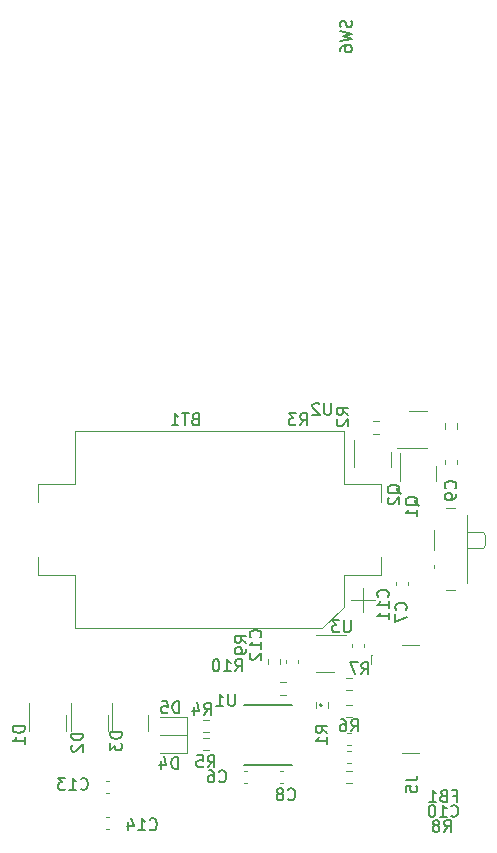
<source format=gbr>
%TF.GenerationSoftware,KiCad,Pcbnew,7.0.9*%
%TF.CreationDate,2024-01-07T17:51:15+01:00*%
%TF.ProjectId,K24LM1MA_veml7700_lightmeter,4b32344c-4d31-44d4-915f-76656d6c3737,rev?*%
%TF.SameCoordinates,Original*%
%TF.FileFunction,Legend,Bot*%
%TF.FilePolarity,Positive*%
%FSLAX46Y46*%
G04 Gerber Fmt 4.6, Leading zero omitted, Abs format (unit mm)*
G04 Created by KiCad (PCBNEW 7.0.9) date 2024-01-07 17:51:15*
%MOMM*%
%LPD*%
G01*
G04 APERTURE LIST*
%ADD10C,0.150000*%
%ADD11C,0.120000*%
%ADD12C,0.127000*%
%ADD13C,0.200000*%
G04 APERTURE END LIST*
D10*
X148883666Y-130883819D02*
X149216999Y-130407628D01*
X149455094Y-130883819D02*
X149455094Y-129883819D01*
X149455094Y-129883819D02*
X149074142Y-129883819D01*
X149074142Y-129883819D02*
X148978904Y-129931438D01*
X148978904Y-129931438D02*
X148931285Y-129979057D01*
X148931285Y-129979057D02*
X148883666Y-130074295D01*
X148883666Y-130074295D02*
X148883666Y-130217152D01*
X148883666Y-130217152D02*
X148931285Y-130312390D01*
X148931285Y-130312390D02*
X148978904Y-130360009D01*
X148978904Y-130360009D02*
X149074142Y-130407628D01*
X149074142Y-130407628D02*
X149455094Y-130407628D01*
X148026523Y-129883819D02*
X148216999Y-129883819D01*
X148216999Y-129883819D02*
X148312237Y-129931438D01*
X148312237Y-129931438D02*
X148359856Y-129979057D01*
X148359856Y-129979057D02*
X148455094Y-130121914D01*
X148455094Y-130121914D02*
X148502713Y-130312390D01*
X148502713Y-130312390D02*
X148502713Y-130693342D01*
X148502713Y-130693342D02*
X148455094Y-130788580D01*
X148455094Y-130788580D02*
X148407475Y-130836200D01*
X148407475Y-130836200D02*
X148312237Y-130883819D01*
X148312237Y-130883819D02*
X148121761Y-130883819D01*
X148121761Y-130883819D02*
X148026523Y-130836200D01*
X148026523Y-130836200D02*
X147978904Y-130788580D01*
X147978904Y-130788580D02*
X147931285Y-130693342D01*
X147931285Y-130693342D02*
X147931285Y-130455247D01*
X147931285Y-130455247D02*
X147978904Y-130360009D01*
X147978904Y-130360009D02*
X148026523Y-130312390D01*
X148026523Y-130312390D02*
X148121761Y-130264771D01*
X148121761Y-130264771D02*
X148312237Y-130264771D01*
X148312237Y-130264771D02*
X148407475Y-130312390D01*
X148407475Y-130312390D02*
X148455094Y-130360009D01*
X148455094Y-130360009D02*
X148502713Y-130455247D01*
X141202580Y-122928142D02*
X141250200Y-122880523D01*
X141250200Y-122880523D02*
X141297819Y-122737666D01*
X141297819Y-122737666D02*
X141297819Y-122642428D01*
X141297819Y-122642428D02*
X141250200Y-122499571D01*
X141250200Y-122499571D02*
X141154961Y-122404333D01*
X141154961Y-122404333D02*
X141059723Y-122356714D01*
X141059723Y-122356714D02*
X140869247Y-122309095D01*
X140869247Y-122309095D02*
X140726390Y-122309095D01*
X140726390Y-122309095D02*
X140535914Y-122356714D01*
X140535914Y-122356714D02*
X140440676Y-122404333D01*
X140440676Y-122404333D02*
X140345438Y-122499571D01*
X140345438Y-122499571D02*
X140297819Y-122642428D01*
X140297819Y-122642428D02*
X140297819Y-122737666D01*
X140297819Y-122737666D02*
X140345438Y-122880523D01*
X140345438Y-122880523D02*
X140393057Y-122928142D01*
X141297819Y-123880523D02*
X141297819Y-123309095D01*
X141297819Y-123594809D02*
X140297819Y-123594809D01*
X140297819Y-123594809D02*
X140440676Y-123499571D01*
X140440676Y-123499571D02*
X140535914Y-123404333D01*
X140535914Y-123404333D02*
X140583533Y-123309095D01*
X140393057Y-124261476D02*
X140345438Y-124309095D01*
X140345438Y-124309095D02*
X140297819Y-124404333D01*
X140297819Y-124404333D02*
X140297819Y-124642428D01*
X140297819Y-124642428D02*
X140345438Y-124737666D01*
X140345438Y-124737666D02*
X140393057Y-124785285D01*
X140393057Y-124785285D02*
X140488295Y-124832904D01*
X140488295Y-124832904D02*
X140583533Y-124832904D01*
X140583533Y-124832904D02*
X140726390Y-124785285D01*
X140726390Y-124785285D02*
X141297819Y-124213857D01*
X141297819Y-124213857D02*
X141297819Y-124832904D01*
X139064904Y-127724819D02*
X139064904Y-128534342D01*
X139064904Y-128534342D02*
X139017285Y-128629580D01*
X139017285Y-128629580D02*
X138969666Y-128677200D01*
X138969666Y-128677200D02*
X138874428Y-128724819D01*
X138874428Y-128724819D02*
X138683952Y-128724819D01*
X138683952Y-128724819D02*
X138588714Y-128677200D01*
X138588714Y-128677200D02*
X138541095Y-128629580D01*
X138541095Y-128629580D02*
X138493476Y-128534342D01*
X138493476Y-128534342D02*
X138493476Y-127724819D01*
X137493476Y-128724819D02*
X138064904Y-128724819D01*
X137779190Y-128724819D02*
X137779190Y-127724819D01*
X137779190Y-127724819D02*
X137874428Y-127867676D01*
X137874428Y-127867676D02*
X137969666Y-127962914D01*
X137969666Y-127962914D02*
X138064904Y-128010533D01*
X121244819Y-130452905D02*
X120244819Y-130452905D01*
X120244819Y-130452905D02*
X120244819Y-130691000D01*
X120244819Y-130691000D02*
X120292438Y-130833857D01*
X120292438Y-130833857D02*
X120387676Y-130929095D01*
X120387676Y-130929095D02*
X120482914Y-130976714D01*
X120482914Y-130976714D02*
X120673390Y-131024333D01*
X120673390Y-131024333D02*
X120816247Y-131024333D01*
X120816247Y-131024333D02*
X121006723Y-130976714D01*
X121006723Y-130976714D02*
X121101961Y-130929095D01*
X121101961Y-130929095D02*
X121197200Y-130833857D01*
X121197200Y-130833857D02*
X121244819Y-130691000D01*
X121244819Y-130691000D02*
X121244819Y-130452905D01*
X121244819Y-131976714D02*
X121244819Y-131405286D01*
X121244819Y-131691000D02*
X120244819Y-131691000D01*
X120244819Y-131691000D02*
X120387676Y-131595762D01*
X120387676Y-131595762D02*
X120482914Y-131500524D01*
X120482914Y-131500524D02*
X120530533Y-131405286D01*
X136753666Y-133931819D02*
X137086999Y-133455628D01*
X137325094Y-133931819D02*
X137325094Y-132931819D01*
X137325094Y-132931819D02*
X136944142Y-132931819D01*
X136944142Y-132931819D02*
X136848904Y-132979438D01*
X136848904Y-132979438D02*
X136801285Y-133027057D01*
X136801285Y-133027057D02*
X136753666Y-133122295D01*
X136753666Y-133122295D02*
X136753666Y-133265152D01*
X136753666Y-133265152D02*
X136801285Y-133360390D01*
X136801285Y-133360390D02*
X136848904Y-133408009D01*
X136848904Y-133408009D02*
X136944142Y-133455628D01*
X136944142Y-133455628D02*
X137325094Y-133455628D01*
X135848904Y-132931819D02*
X136325094Y-132931819D01*
X136325094Y-132931819D02*
X136372713Y-133408009D01*
X136372713Y-133408009D02*
X136325094Y-133360390D01*
X136325094Y-133360390D02*
X136229856Y-133312771D01*
X136229856Y-133312771D02*
X135991761Y-133312771D01*
X135991761Y-133312771D02*
X135896523Y-133360390D01*
X135896523Y-133360390D02*
X135848904Y-133408009D01*
X135848904Y-133408009D02*
X135801285Y-133503247D01*
X135801285Y-133503247D02*
X135801285Y-133741342D01*
X135801285Y-133741342D02*
X135848904Y-133836580D01*
X135848904Y-133836580D02*
X135896523Y-133884200D01*
X135896523Y-133884200D02*
X135991761Y-133931819D01*
X135991761Y-133931819D02*
X136229856Y-133931819D01*
X136229856Y-133931819D02*
X136325094Y-133884200D01*
X136325094Y-133884200D02*
X136372713Y-133836580D01*
X131833857Y-139170580D02*
X131881476Y-139218200D01*
X131881476Y-139218200D02*
X132024333Y-139265819D01*
X132024333Y-139265819D02*
X132119571Y-139265819D01*
X132119571Y-139265819D02*
X132262428Y-139218200D01*
X132262428Y-139218200D02*
X132357666Y-139122961D01*
X132357666Y-139122961D02*
X132405285Y-139027723D01*
X132405285Y-139027723D02*
X132452904Y-138837247D01*
X132452904Y-138837247D02*
X132452904Y-138694390D01*
X132452904Y-138694390D02*
X132405285Y-138503914D01*
X132405285Y-138503914D02*
X132357666Y-138408676D01*
X132357666Y-138408676D02*
X132262428Y-138313438D01*
X132262428Y-138313438D02*
X132119571Y-138265819D01*
X132119571Y-138265819D02*
X132024333Y-138265819D01*
X132024333Y-138265819D02*
X131881476Y-138313438D01*
X131881476Y-138313438D02*
X131833857Y-138361057D01*
X130881476Y-139265819D02*
X131452904Y-139265819D01*
X131167190Y-139265819D02*
X131167190Y-138265819D01*
X131167190Y-138265819D02*
X131262428Y-138408676D01*
X131262428Y-138408676D02*
X131357666Y-138503914D01*
X131357666Y-138503914D02*
X131452904Y-138551533D01*
X130024333Y-138599152D02*
X130024333Y-139265819D01*
X130262428Y-138218200D02*
X130500523Y-138932485D01*
X130500523Y-138932485D02*
X129881476Y-138932485D01*
X148663819Y-104100333D02*
X148187628Y-103767000D01*
X148663819Y-103528905D02*
X147663819Y-103528905D01*
X147663819Y-103528905D02*
X147663819Y-103909857D01*
X147663819Y-103909857D02*
X147711438Y-104005095D01*
X147711438Y-104005095D02*
X147759057Y-104052714D01*
X147759057Y-104052714D02*
X147854295Y-104100333D01*
X147854295Y-104100333D02*
X147997152Y-104100333D01*
X147997152Y-104100333D02*
X148092390Y-104052714D01*
X148092390Y-104052714D02*
X148140009Y-104005095D01*
X148140009Y-104005095D02*
X148187628Y-103909857D01*
X148187628Y-103909857D02*
X148187628Y-103528905D01*
X147759057Y-104481286D02*
X147711438Y-104528905D01*
X147711438Y-104528905D02*
X147663819Y-104624143D01*
X147663819Y-104624143D02*
X147663819Y-104862238D01*
X147663819Y-104862238D02*
X147711438Y-104957476D01*
X147711438Y-104957476D02*
X147759057Y-105005095D01*
X147759057Y-105005095D02*
X147854295Y-105052714D01*
X147854295Y-105052714D02*
X147949533Y-105052714D01*
X147949533Y-105052714D02*
X148092390Y-105005095D01*
X148092390Y-105005095D02*
X148663819Y-104433667D01*
X148663819Y-104433667D02*
X148663819Y-105052714D01*
X125991857Y-135741580D02*
X126039476Y-135789200D01*
X126039476Y-135789200D02*
X126182333Y-135836819D01*
X126182333Y-135836819D02*
X126277571Y-135836819D01*
X126277571Y-135836819D02*
X126420428Y-135789200D01*
X126420428Y-135789200D02*
X126515666Y-135693961D01*
X126515666Y-135693961D02*
X126563285Y-135598723D01*
X126563285Y-135598723D02*
X126610904Y-135408247D01*
X126610904Y-135408247D02*
X126610904Y-135265390D01*
X126610904Y-135265390D02*
X126563285Y-135074914D01*
X126563285Y-135074914D02*
X126515666Y-134979676D01*
X126515666Y-134979676D02*
X126420428Y-134884438D01*
X126420428Y-134884438D02*
X126277571Y-134836819D01*
X126277571Y-134836819D02*
X126182333Y-134836819D01*
X126182333Y-134836819D02*
X126039476Y-134884438D01*
X126039476Y-134884438D02*
X125991857Y-134932057D01*
X125039476Y-135836819D02*
X125610904Y-135836819D01*
X125325190Y-135836819D02*
X125325190Y-134836819D01*
X125325190Y-134836819D02*
X125420428Y-134979676D01*
X125420428Y-134979676D02*
X125515666Y-135074914D01*
X125515666Y-135074914D02*
X125610904Y-135122533D01*
X124706142Y-134836819D02*
X124087095Y-134836819D01*
X124087095Y-134836819D02*
X124420428Y-135217771D01*
X124420428Y-135217771D02*
X124277571Y-135217771D01*
X124277571Y-135217771D02*
X124182333Y-135265390D01*
X124182333Y-135265390D02*
X124134714Y-135313009D01*
X124134714Y-135313009D02*
X124087095Y-135408247D01*
X124087095Y-135408247D02*
X124087095Y-135646342D01*
X124087095Y-135646342D02*
X124134714Y-135741580D01*
X124134714Y-135741580D02*
X124182333Y-135789200D01*
X124182333Y-135789200D02*
X124277571Y-135836819D01*
X124277571Y-135836819D02*
X124563285Y-135836819D01*
X124563285Y-135836819D02*
X124658523Y-135789200D01*
X124658523Y-135789200D02*
X124706142Y-135741580D01*
X157360857Y-138027580D02*
X157408476Y-138075200D01*
X157408476Y-138075200D02*
X157551333Y-138122819D01*
X157551333Y-138122819D02*
X157646571Y-138122819D01*
X157646571Y-138122819D02*
X157789428Y-138075200D01*
X157789428Y-138075200D02*
X157884666Y-137979961D01*
X157884666Y-137979961D02*
X157932285Y-137884723D01*
X157932285Y-137884723D02*
X157979904Y-137694247D01*
X157979904Y-137694247D02*
X157979904Y-137551390D01*
X157979904Y-137551390D02*
X157932285Y-137360914D01*
X157932285Y-137360914D02*
X157884666Y-137265676D01*
X157884666Y-137265676D02*
X157789428Y-137170438D01*
X157789428Y-137170438D02*
X157646571Y-137122819D01*
X157646571Y-137122819D02*
X157551333Y-137122819D01*
X157551333Y-137122819D02*
X157408476Y-137170438D01*
X157408476Y-137170438D02*
X157360857Y-137218057D01*
X156408476Y-138122819D02*
X156979904Y-138122819D01*
X156694190Y-138122819D02*
X156694190Y-137122819D01*
X156694190Y-137122819D02*
X156789428Y-137265676D01*
X156789428Y-137265676D02*
X156884666Y-137360914D01*
X156884666Y-137360914D02*
X156979904Y-137408533D01*
X155789428Y-137122819D02*
X155694190Y-137122819D01*
X155694190Y-137122819D02*
X155598952Y-137170438D01*
X155598952Y-137170438D02*
X155551333Y-137218057D01*
X155551333Y-137218057D02*
X155503714Y-137313295D01*
X155503714Y-137313295D02*
X155456095Y-137503771D01*
X155456095Y-137503771D02*
X155456095Y-137741866D01*
X155456095Y-137741866D02*
X155503714Y-137932342D01*
X155503714Y-137932342D02*
X155551333Y-138027580D01*
X155551333Y-138027580D02*
X155598952Y-138075200D01*
X155598952Y-138075200D02*
X155694190Y-138122819D01*
X155694190Y-138122819D02*
X155789428Y-138122819D01*
X155789428Y-138122819D02*
X155884666Y-138075200D01*
X155884666Y-138075200D02*
X155932285Y-138027580D01*
X155932285Y-138027580D02*
X155979904Y-137932342D01*
X155979904Y-137932342D02*
X156027523Y-137741866D01*
X156027523Y-137741866D02*
X156027523Y-137503771D01*
X156027523Y-137503771D02*
X155979904Y-137313295D01*
X155979904Y-137313295D02*
X155932285Y-137218057D01*
X155932285Y-137218057D02*
X155884666Y-137170438D01*
X155884666Y-137170438D02*
X155789428Y-137122819D01*
X154601057Y-111791761D02*
X154553438Y-111696523D01*
X154553438Y-111696523D02*
X154458200Y-111601285D01*
X154458200Y-111601285D02*
X154315342Y-111458428D01*
X154315342Y-111458428D02*
X154267723Y-111363190D01*
X154267723Y-111363190D02*
X154267723Y-111267952D01*
X154505819Y-111315571D02*
X154458200Y-111220333D01*
X154458200Y-111220333D02*
X154362961Y-111125095D01*
X154362961Y-111125095D02*
X154172485Y-111077476D01*
X154172485Y-111077476D02*
X153839152Y-111077476D01*
X153839152Y-111077476D02*
X153648676Y-111125095D01*
X153648676Y-111125095D02*
X153553438Y-111220333D01*
X153553438Y-111220333D02*
X153505819Y-111315571D01*
X153505819Y-111315571D02*
X153505819Y-111506047D01*
X153505819Y-111506047D02*
X153553438Y-111601285D01*
X153553438Y-111601285D02*
X153648676Y-111696523D01*
X153648676Y-111696523D02*
X153839152Y-111744142D01*
X153839152Y-111744142D02*
X154172485Y-111744142D01*
X154172485Y-111744142D02*
X154362961Y-111696523D01*
X154362961Y-111696523D02*
X154458200Y-111601285D01*
X154458200Y-111601285D02*
X154505819Y-111506047D01*
X154505819Y-111506047D02*
X154505819Y-111315571D01*
X154505819Y-112696523D02*
X154505819Y-112125095D01*
X154505819Y-112410809D02*
X153505819Y-112410809D01*
X153505819Y-112410809D02*
X153648676Y-112315571D01*
X153648676Y-112315571D02*
X153743914Y-112220333D01*
X153743914Y-112220333D02*
X153791533Y-112125095D01*
X137707666Y-135106580D02*
X137755285Y-135154200D01*
X137755285Y-135154200D02*
X137898142Y-135201819D01*
X137898142Y-135201819D02*
X137993380Y-135201819D01*
X137993380Y-135201819D02*
X138136237Y-135154200D01*
X138136237Y-135154200D02*
X138231475Y-135058961D01*
X138231475Y-135058961D02*
X138279094Y-134963723D01*
X138279094Y-134963723D02*
X138326713Y-134773247D01*
X138326713Y-134773247D02*
X138326713Y-134630390D01*
X138326713Y-134630390D02*
X138279094Y-134439914D01*
X138279094Y-134439914D02*
X138231475Y-134344676D01*
X138231475Y-134344676D02*
X138136237Y-134249438D01*
X138136237Y-134249438D02*
X137993380Y-134201819D01*
X137993380Y-134201819D02*
X137898142Y-134201819D01*
X137898142Y-134201819D02*
X137755285Y-134249438D01*
X137755285Y-134249438D02*
X137707666Y-134297057D01*
X136850523Y-134201819D02*
X137040999Y-134201819D01*
X137040999Y-134201819D02*
X137136237Y-134249438D01*
X137136237Y-134249438D02*
X137183856Y-134297057D01*
X137183856Y-134297057D02*
X137279094Y-134439914D01*
X137279094Y-134439914D02*
X137326713Y-134630390D01*
X137326713Y-134630390D02*
X137326713Y-135011342D01*
X137326713Y-135011342D02*
X137279094Y-135106580D01*
X137279094Y-135106580D02*
X137231475Y-135154200D01*
X137231475Y-135154200D02*
X137136237Y-135201819D01*
X137136237Y-135201819D02*
X136945761Y-135201819D01*
X136945761Y-135201819D02*
X136850523Y-135154200D01*
X136850523Y-135154200D02*
X136802904Y-135106580D01*
X136802904Y-135106580D02*
X136755285Y-135011342D01*
X136755285Y-135011342D02*
X136755285Y-134773247D01*
X136755285Y-134773247D02*
X136802904Y-134678009D01*
X136802904Y-134678009D02*
X136850523Y-134630390D01*
X136850523Y-134630390D02*
X136945761Y-134582771D01*
X136945761Y-134582771D02*
X137136237Y-134582771D01*
X137136237Y-134582771D02*
X137231475Y-134630390D01*
X137231475Y-134630390D02*
X137279094Y-134678009D01*
X137279094Y-134678009D02*
X137326713Y-134773247D01*
X139072857Y-125803819D02*
X139406190Y-125327628D01*
X139644285Y-125803819D02*
X139644285Y-124803819D01*
X139644285Y-124803819D02*
X139263333Y-124803819D01*
X139263333Y-124803819D02*
X139168095Y-124851438D01*
X139168095Y-124851438D02*
X139120476Y-124899057D01*
X139120476Y-124899057D02*
X139072857Y-124994295D01*
X139072857Y-124994295D02*
X139072857Y-125137152D01*
X139072857Y-125137152D02*
X139120476Y-125232390D01*
X139120476Y-125232390D02*
X139168095Y-125280009D01*
X139168095Y-125280009D02*
X139263333Y-125327628D01*
X139263333Y-125327628D02*
X139644285Y-125327628D01*
X138120476Y-125803819D02*
X138691904Y-125803819D01*
X138406190Y-125803819D02*
X138406190Y-124803819D01*
X138406190Y-124803819D02*
X138501428Y-124946676D01*
X138501428Y-124946676D02*
X138596666Y-125041914D01*
X138596666Y-125041914D02*
X138691904Y-125089533D01*
X137501428Y-124803819D02*
X137406190Y-124803819D01*
X137406190Y-124803819D02*
X137310952Y-124851438D01*
X137310952Y-124851438D02*
X137263333Y-124899057D01*
X137263333Y-124899057D02*
X137215714Y-124994295D01*
X137215714Y-124994295D02*
X137168095Y-125184771D01*
X137168095Y-125184771D02*
X137168095Y-125422866D01*
X137168095Y-125422866D02*
X137215714Y-125613342D01*
X137215714Y-125613342D02*
X137263333Y-125708580D01*
X137263333Y-125708580D02*
X137310952Y-125756200D01*
X137310952Y-125756200D02*
X137406190Y-125803819D01*
X137406190Y-125803819D02*
X137501428Y-125803819D01*
X137501428Y-125803819D02*
X137596666Y-125756200D01*
X137596666Y-125756200D02*
X137644285Y-125708580D01*
X137644285Y-125708580D02*
X137691904Y-125613342D01*
X137691904Y-125613342D02*
X137739523Y-125422866D01*
X137739523Y-125422866D02*
X137739523Y-125184771D01*
X137739523Y-125184771D02*
X137691904Y-124994295D01*
X137691904Y-124994295D02*
X137644285Y-124899057D01*
X137644285Y-124899057D02*
X137596666Y-124851438D01*
X137596666Y-124851438D02*
X137501428Y-124803819D01*
X147192904Y-103086819D02*
X147192904Y-103896342D01*
X147192904Y-103896342D02*
X147145285Y-103991580D01*
X147145285Y-103991580D02*
X147097666Y-104039200D01*
X147097666Y-104039200D02*
X147002428Y-104086819D01*
X147002428Y-104086819D02*
X146811952Y-104086819D01*
X146811952Y-104086819D02*
X146716714Y-104039200D01*
X146716714Y-104039200D02*
X146669095Y-103991580D01*
X146669095Y-103991580D02*
X146621476Y-103896342D01*
X146621476Y-103896342D02*
X146621476Y-103086819D01*
X146192904Y-103182057D02*
X146145285Y-103134438D01*
X146145285Y-103134438D02*
X146050047Y-103086819D01*
X146050047Y-103086819D02*
X145811952Y-103086819D01*
X145811952Y-103086819D02*
X145716714Y-103134438D01*
X145716714Y-103134438D02*
X145669095Y-103182057D01*
X145669095Y-103182057D02*
X145621476Y-103277295D01*
X145621476Y-103277295D02*
X145621476Y-103372533D01*
X145621476Y-103372533D02*
X145669095Y-103515390D01*
X145669095Y-103515390D02*
X146240523Y-104086819D01*
X146240523Y-104086819D02*
X145621476Y-104086819D01*
X153077057Y-110775761D02*
X153029438Y-110680523D01*
X153029438Y-110680523D02*
X152934200Y-110585285D01*
X152934200Y-110585285D02*
X152791342Y-110442428D01*
X152791342Y-110442428D02*
X152743723Y-110347190D01*
X152743723Y-110347190D02*
X152743723Y-110251952D01*
X152981819Y-110299571D02*
X152934200Y-110204333D01*
X152934200Y-110204333D02*
X152838961Y-110109095D01*
X152838961Y-110109095D02*
X152648485Y-110061476D01*
X152648485Y-110061476D02*
X152315152Y-110061476D01*
X152315152Y-110061476D02*
X152124676Y-110109095D01*
X152124676Y-110109095D02*
X152029438Y-110204333D01*
X152029438Y-110204333D02*
X151981819Y-110299571D01*
X151981819Y-110299571D02*
X151981819Y-110490047D01*
X151981819Y-110490047D02*
X152029438Y-110585285D01*
X152029438Y-110585285D02*
X152124676Y-110680523D01*
X152124676Y-110680523D02*
X152315152Y-110728142D01*
X152315152Y-110728142D02*
X152648485Y-110728142D01*
X152648485Y-110728142D02*
X152838961Y-110680523D01*
X152838961Y-110680523D02*
X152934200Y-110585285D01*
X152934200Y-110585285D02*
X152981819Y-110490047D01*
X152981819Y-110490047D02*
X152981819Y-110299571D01*
X152077057Y-111109095D02*
X152029438Y-111156714D01*
X152029438Y-111156714D02*
X151981819Y-111251952D01*
X151981819Y-111251952D02*
X151981819Y-111490047D01*
X151981819Y-111490047D02*
X152029438Y-111585285D01*
X152029438Y-111585285D02*
X152077057Y-111632904D01*
X152077057Y-111632904D02*
X152172295Y-111680523D01*
X152172295Y-111680523D02*
X152267533Y-111680523D01*
X152267533Y-111680523D02*
X152410390Y-111632904D01*
X152410390Y-111632904D02*
X152981819Y-111061476D01*
X152981819Y-111061476D02*
X152981819Y-111680523D01*
X134215094Y-134058819D02*
X134215094Y-133058819D01*
X134215094Y-133058819D02*
X133976999Y-133058819D01*
X133976999Y-133058819D02*
X133834142Y-133106438D01*
X133834142Y-133106438D02*
X133738904Y-133201676D01*
X133738904Y-133201676D02*
X133691285Y-133296914D01*
X133691285Y-133296914D02*
X133643666Y-133487390D01*
X133643666Y-133487390D02*
X133643666Y-133630247D01*
X133643666Y-133630247D02*
X133691285Y-133820723D01*
X133691285Y-133820723D02*
X133738904Y-133915961D01*
X133738904Y-133915961D02*
X133834142Y-134011200D01*
X133834142Y-134011200D02*
X133976999Y-134058819D01*
X133976999Y-134058819D02*
X134215094Y-134058819D01*
X132786523Y-133392152D02*
X132786523Y-134058819D01*
X133024618Y-133011200D02*
X133262713Y-133725485D01*
X133262713Y-133725485D02*
X132643666Y-133725485D01*
X153505819Y-135048666D02*
X154220104Y-135048666D01*
X154220104Y-135048666D02*
X154362961Y-135001047D01*
X154362961Y-135001047D02*
X154458200Y-134905809D01*
X154458200Y-134905809D02*
X154505819Y-134762952D01*
X154505819Y-134762952D02*
X154505819Y-134667714D01*
X153505819Y-136001047D02*
X153505819Y-135524857D01*
X153505819Y-135524857D02*
X153982009Y-135477238D01*
X153982009Y-135477238D02*
X153934390Y-135524857D01*
X153934390Y-135524857D02*
X153886771Y-135620095D01*
X153886771Y-135620095D02*
X153886771Y-135858190D01*
X153886771Y-135858190D02*
X153934390Y-135953428D01*
X153934390Y-135953428D02*
X153982009Y-136001047D01*
X153982009Y-136001047D02*
X154077247Y-136048666D01*
X154077247Y-136048666D02*
X154315342Y-136048666D01*
X154315342Y-136048666D02*
X154410580Y-136001047D01*
X154410580Y-136001047D02*
X154458200Y-135953428D01*
X154458200Y-135953428D02*
X154505819Y-135858190D01*
X154505819Y-135858190D02*
X154505819Y-135620095D01*
X154505819Y-135620095D02*
X154458200Y-135524857D01*
X154458200Y-135524857D02*
X154410580Y-135477238D01*
X136437666Y-129486819D02*
X136770999Y-129010628D01*
X137009094Y-129486819D02*
X137009094Y-128486819D01*
X137009094Y-128486819D02*
X136628142Y-128486819D01*
X136628142Y-128486819D02*
X136532904Y-128534438D01*
X136532904Y-128534438D02*
X136485285Y-128582057D01*
X136485285Y-128582057D02*
X136437666Y-128677295D01*
X136437666Y-128677295D02*
X136437666Y-128820152D01*
X136437666Y-128820152D02*
X136485285Y-128915390D01*
X136485285Y-128915390D02*
X136532904Y-128963009D01*
X136532904Y-128963009D02*
X136628142Y-129010628D01*
X136628142Y-129010628D02*
X137009094Y-129010628D01*
X135580523Y-128820152D02*
X135580523Y-129486819D01*
X135818618Y-128439200D02*
X136056713Y-129153485D01*
X136056713Y-129153485D02*
X135437666Y-129153485D01*
X148843904Y-121501819D02*
X148843904Y-122311342D01*
X148843904Y-122311342D02*
X148796285Y-122406580D01*
X148796285Y-122406580D02*
X148748666Y-122454200D01*
X148748666Y-122454200D02*
X148653428Y-122501819D01*
X148653428Y-122501819D02*
X148462952Y-122501819D01*
X148462952Y-122501819D02*
X148367714Y-122454200D01*
X148367714Y-122454200D02*
X148320095Y-122406580D01*
X148320095Y-122406580D02*
X148272476Y-122311342D01*
X148272476Y-122311342D02*
X148272476Y-121501819D01*
X147891523Y-121501819D02*
X147272476Y-121501819D01*
X147272476Y-121501819D02*
X147605809Y-121882771D01*
X147605809Y-121882771D02*
X147462952Y-121882771D01*
X147462952Y-121882771D02*
X147367714Y-121930390D01*
X147367714Y-121930390D02*
X147320095Y-121978009D01*
X147320095Y-121978009D02*
X147272476Y-122073247D01*
X147272476Y-122073247D02*
X147272476Y-122311342D01*
X147272476Y-122311342D02*
X147320095Y-122406580D01*
X147320095Y-122406580D02*
X147367714Y-122454200D01*
X147367714Y-122454200D02*
X147462952Y-122501819D01*
X147462952Y-122501819D02*
X147748666Y-122501819D01*
X147748666Y-122501819D02*
X147843904Y-122454200D01*
X147843904Y-122454200D02*
X147891523Y-122406580D01*
X153521580Y-120610333D02*
X153569200Y-120562714D01*
X153569200Y-120562714D02*
X153616819Y-120419857D01*
X153616819Y-120419857D02*
X153616819Y-120324619D01*
X153616819Y-120324619D02*
X153569200Y-120181762D01*
X153569200Y-120181762D02*
X153473961Y-120086524D01*
X153473961Y-120086524D02*
X153378723Y-120038905D01*
X153378723Y-120038905D02*
X153188247Y-119991286D01*
X153188247Y-119991286D02*
X153045390Y-119991286D01*
X153045390Y-119991286D02*
X152854914Y-120038905D01*
X152854914Y-120038905D02*
X152759676Y-120086524D01*
X152759676Y-120086524D02*
X152664438Y-120181762D01*
X152664438Y-120181762D02*
X152616819Y-120324619D01*
X152616819Y-120324619D02*
X152616819Y-120419857D01*
X152616819Y-120419857D02*
X152664438Y-120562714D01*
X152664438Y-120562714D02*
X152712057Y-120610333D01*
X152616819Y-120943667D02*
X152616819Y-121610333D01*
X152616819Y-121610333D02*
X153616819Y-121181762D01*
X144565666Y-104975819D02*
X144898999Y-104499628D01*
X145137094Y-104975819D02*
X145137094Y-103975819D01*
X145137094Y-103975819D02*
X144756142Y-103975819D01*
X144756142Y-103975819D02*
X144660904Y-104023438D01*
X144660904Y-104023438D02*
X144613285Y-104071057D01*
X144613285Y-104071057D02*
X144565666Y-104166295D01*
X144565666Y-104166295D02*
X144565666Y-104309152D01*
X144565666Y-104309152D02*
X144613285Y-104404390D01*
X144613285Y-104404390D02*
X144660904Y-104452009D01*
X144660904Y-104452009D02*
X144756142Y-104499628D01*
X144756142Y-104499628D02*
X145137094Y-104499628D01*
X144232332Y-103975819D02*
X143613285Y-103975819D01*
X143613285Y-103975819D02*
X143946618Y-104356771D01*
X143946618Y-104356771D02*
X143803761Y-104356771D01*
X143803761Y-104356771D02*
X143708523Y-104404390D01*
X143708523Y-104404390D02*
X143660904Y-104452009D01*
X143660904Y-104452009D02*
X143613285Y-104547247D01*
X143613285Y-104547247D02*
X143613285Y-104785342D01*
X143613285Y-104785342D02*
X143660904Y-104880580D01*
X143660904Y-104880580D02*
X143708523Y-104928200D01*
X143708523Y-104928200D02*
X143803761Y-104975819D01*
X143803761Y-104975819D02*
X144089475Y-104975819D01*
X144089475Y-104975819D02*
X144184713Y-104928200D01*
X144184713Y-104928200D02*
X144232332Y-104880580D01*
X149772666Y-126057819D02*
X150105999Y-125581628D01*
X150344094Y-126057819D02*
X150344094Y-125057819D01*
X150344094Y-125057819D02*
X149963142Y-125057819D01*
X149963142Y-125057819D02*
X149867904Y-125105438D01*
X149867904Y-125105438D02*
X149820285Y-125153057D01*
X149820285Y-125153057D02*
X149772666Y-125248295D01*
X149772666Y-125248295D02*
X149772666Y-125391152D01*
X149772666Y-125391152D02*
X149820285Y-125486390D01*
X149820285Y-125486390D02*
X149867904Y-125534009D01*
X149867904Y-125534009D02*
X149963142Y-125581628D01*
X149963142Y-125581628D02*
X150344094Y-125581628D01*
X149439332Y-125057819D02*
X148772666Y-125057819D01*
X148772666Y-125057819D02*
X149201237Y-126057819D01*
X151997580Y-119499142D02*
X152045200Y-119451523D01*
X152045200Y-119451523D02*
X152092819Y-119308666D01*
X152092819Y-119308666D02*
X152092819Y-119213428D01*
X152092819Y-119213428D02*
X152045200Y-119070571D01*
X152045200Y-119070571D02*
X151949961Y-118975333D01*
X151949961Y-118975333D02*
X151854723Y-118927714D01*
X151854723Y-118927714D02*
X151664247Y-118880095D01*
X151664247Y-118880095D02*
X151521390Y-118880095D01*
X151521390Y-118880095D02*
X151330914Y-118927714D01*
X151330914Y-118927714D02*
X151235676Y-118975333D01*
X151235676Y-118975333D02*
X151140438Y-119070571D01*
X151140438Y-119070571D02*
X151092819Y-119213428D01*
X151092819Y-119213428D02*
X151092819Y-119308666D01*
X151092819Y-119308666D02*
X151140438Y-119451523D01*
X151140438Y-119451523D02*
X151188057Y-119499142D01*
X152092819Y-120451523D02*
X152092819Y-119880095D01*
X152092819Y-120165809D02*
X151092819Y-120165809D01*
X151092819Y-120165809D02*
X151235676Y-120070571D01*
X151235676Y-120070571D02*
X151330914Y-119975333D01*
X151330914Y-119975333D02*
X151378533Y-119880095D01*
X152092819Y-121403904D02*
X152092819Y-120832476D01*
X152092819Y-121118190D02*
X151092819Y-121118190D01*
X151092819Y-121118190D02*
X151235676Y-121022952D01*
X151235676Y-121022952D02*
X151330914Y-120927714D01*
X151330914Y-120927714D02*
X151378533Y-120832476D01*
X135659714Y-104452009D02*
X135516857Y-104499628D01*
X135516857Y-104499628D02*
X135469238Y-104547247D01*
X135469238Y-104547247D02*
X135421619Y-104642485D01*
X135421619Y-104642485D02*
X135421619Y-104785342D01*
X135421619Y-104785342D02*
X135469238Y-104880580D01*
X135469238Y-104880580D02*
X135516857Y-104928200D01*
X135516857Y-104928200D02*
X135612095Y-104975819D01*
X135612095Y-104975819D02*
X135993047Y-104975819D01*
X135993047Y-104975819D02*
X135993047Y-103975819D01*
X135993047Y-103975819D02*
X135659714Y-103975819D01*
X135659714Y-103975819D02*
X135564476Y-104023438D01*
X135564476Y-104023438D02*
X135516857Y-104071057D01*
X135516857Y-104071057D02*
X135469238Y-104166295D01*
X135469238Y-104166295D02*
X135469238Y-104261533D01*
X135469238Y-104261533D02*
X135516857Y-104356771D01*
X135516857Y-104356771D02*
X135564476Y-104404390D01*
X135564476Y-104404390D02*
X135659714Y-104452009D01*
X135659714Y-104452009D02*
X135993047Y-104452009D01*
X135135904Y-103975819D02*
X134564476Y-103975819D01*
X134850190Y-104975819D02*
X134850190Y-103975819D01*
X133707333Y-104975819D02*
X134278761Y-104975819D01*
X133993047Y-104975819D02*
X133993047Y-103975819D01*
X133993047Y-103975819D02*
X134088285Y-104118676D01*
X134088285Y-104118676D02*
X134183523Y-104213914D01*
X134183523Y-104213914D02*
X134278761Y-104261533D01*
X157712580Y-110323333D02*
X157760200Y-110275714D01*
X157760200Y-110275714D02*
X157807819Y-110132857D01*
X157807819Y-110132857D02*
X157807819Y-110037619D01*
X157807819Y-110037619D02*
X157760200Y-109894762D01*
X157760200Y-109894762D02*
X157664961Y-109799524D01*
X157664961Y-109799524D02*
X157569723Y-109751905D01*
X157569723Y-109751905D02*
X157379247Y-109704286D01*
X157379247Y-109704286D02*
X157236390Y-109704286D01*
X157236390Y-109704286D02*
X157045914Y-109751905D01*
X157045914Y-109751905D02*
X156950676Y-109799524D01*
X156950676Y-109799524D02*
X156855438Y-109894762D01*
X156855438Y-109894762D02*
X156807819Y-110037619D01*
X156807819Y-110037619D02*
X156807819Y-110132857D01*
X156807819Y-110132857D02*
X156855438Y-110275714D01*
X156855438Y-110275714D02*
X156903057Y-110323333D01*
X157807819Y-110799524D02*
X157807819Y-110990000D01*
X157807819Y-110990000D02*
X157760200Y-111085238D01*
X157760200Y-111085238D02*
X157712580Y-111132857D01*
X157712580Y-111132857D02*
X157569723Y-111228095D01*
X157569723Y-111228095D02*
X157379247Y-111275714D01*
X157379247Y-111275714D02*
X156998295Y-111275714D01*
X156998295Y-111275714D02*
X156903057Y-111228095D01*
X156903057Y-111228095D02*
X156855438Y-111180476D01*
X156855438Y-111180476D02*
X156807819Y-111085238D01*
X156807819Y-111085238D02*
X156807819Y-110894762D01*
X156807819Y-110894762D02*
X156855438Y-110799524D01*
X156855438Y-110799524D02*
X156903057Y-110751905D01*
X156903057Y-110751905D02*
X156998295Y-110704286D01*
X156998295Y-110704286D02*
X157236390Y-110704286D01*
X157236390Y-110704286D02*
X157331628Y-110751905D01*
X157331628Y-110751905D02*
X157379247Y-110799524D01*
X157379247Y-110799524D02*
X157426866Y-110894762D01*
X157426866Y-110894762D02*
X157426866Y-111085238D01*
X157426866Y-111085238D02*
X157379247Y-111180476D01*
X157379247Y-111180476D02*
X157331628Y-111228095D01*
X157331628Y-111228095D02*
X157236390Y-111275714D01*
X157551333Y-136329009D02*
X157884666Y-136329009D01*
X157884666Y-136852819D02*
X157884666Y-135852819D01*
X157884666Y-135852819D02*
X157408476Y-135852819D01*
X156694190Y-136329009D02*
X156551333Y-136376628D01*
X156551333Y-136376628D02*
X156503714Y-136424247D01*
X156503714Y-136424247D02*
X156456095Y-136519485D01*
X156456095Y-136519485D02*
X156456095Y-136662342D01*
X156456095Y-136662342D02*
X156503714Y-136757580D01*
X156503714Y-136757580D02*
X156551333Y-136805200D01*
X156551333Y-136805200D02*
X156646571Y-136852819D01*
X156646571Y-136852819D02*
X157027523Y-136852819D01*
X157027523Y-136852819D02*
X157027523Y-135852819D01*
X157027523Y-135852819D02*
X156694190Y-135852819D01*
X156694190Y-135852819D02*
X156598952Y-135900438D01*
X156598952Y-135900438D02*
X156551333Y-135948057D01*
X156551333Y-135948057D02*
X156503714Y-136043295D01*
X156503714Y-136043295D02*
X156503714Y-136138533D01*
X156503714Y-136138533D02*
X156551333Y-136233771D01*
X156551333Y-136233771D02*
X156598952Y-136281390D01*
X156598952Y-136281390D02*
X156694190Y-136329009D01*
X156694190Y-136329009D02*
X157027523Y-136329009D01*
X155503714Y-136852819D02*
X156075142Y-136852819D01*
X155789428Y-136852819D02*
X155789428Y-135852819D01*
X155789428Y-135852819D02*
X155884666Y-135995676D01*
X155884666Y-135995676D02*
X155979904Y-136090914D01*
X155979904Y-136090914D02*
X156075142Y-136138533D01*
X134342094Y-129359819D02*
X134342094Y-128359819D01*
X134342094Y-128359819D02*
X134103999Y-128359819D01*
X134103999Y-128359819D02*
X133961142Y-128407438D01*
X133961142Y-128407438D02*
X133865904Y-128502676D01*
X133865904Y-128502676D02*
X133818285Y-128597914D01*
X133818285Y-128597914D02*
X133770666Y-128788390D01*
X133770666Y-128788390D02*
X133770666Y-128931247D01*
X133770666Y-128931247D02*
X133818285Y-129121723D01*
X133818285Y-129121723D02*
X133865904Y-129216961D01*
X133865904Y-129216961D02*
X133961142Y-129312200D01*
X133961142Y-129312200D02*
X134103999Y-129359819D01*
X134103999Y-129359819D02*
X134342094Y-129359819D01*
X132865904Y-128359819D02*
X133342094Y-128359819D01*
X133342094Y-128359819D02*
X133389713Y-128836009D01*
X133389713Y-128836009D02*
X133342094Y-128788390D01*
X133342094Y-128788390D02*
X133246856Y-128740771D01*
X133246856Y-128740771D02*
X133008761Y-128740771D01*
X133008761Y-128740771D02*
X132913523Y-128788390D01*
X132913523Y-128788390D02*
X132865904Y-128836009D01*
X132865904Y-128836009D02*
X132818285Y-128931247D01*
X132818285Y-128931247D02*
X132818285Y-129169342D01*
X132818285Y-129169342D02*
X132865904Y-129264580D01*
X132865904Y-129264580D02*
X132913523Y-129312200D01*
X132913523Y-129312200D02*
X133008761Y-129359819D01*
X133008761Y-129359819D02*
X133246856Y-129359819D01*
X133246856Y-129359819D02*
X133342094Y-129312200D01*
X133342094Y-129312200D02*
X133389713Y-129264580D01*
X156757666Y-139392819D02*
X157090999Y-138916628D01*
X157329094Y-139392819D02*
X157329094Y-138392819D01*
X157329094Y-138392819D02*
X156948142Y-138392819D01*
X156948142Y-138392819D02*
X156852904Y-138440438D01*
X156852904Y-138440438D02*
X156805285Y-138488057D01*
X156805285Y-138488057D02*
X156757666Y-138583295D01*
X156757666Y-138583295D02*
X156757666Y-138726152D01*
X156757666Y-138726152D02*
X156805285Y-138821390D01*
X156805285Y-138821390D02*
X156852904Y-138869009D01*
X156852904Y-138869009D02*
X156948142Y-138916628D01*
X156948142Y-138916628D02*
X157329094Y-138916628D01*
X156186237Y-138821390D02*
X156281475Y-138773771D01*
X156281475Y-138773771D02*
X156329094Y-138726152D01*
X156329094Y-138726152D02*
X156376713Y-138630914D01*
X156376713Y-138630914D02*
X156376713Y-138583295D01*
X156376713Y-138583295D02*
X156329094Y-138488057D01*
X156329094Y-138488057D02*
X156281475Y-138440438D01*
X156281475Y-138440438D02*
X156186237Y-138392819D01*
X156186237Y-138392819D02*
X155995761Y-138392819D01*
X155995761Y-138392819D02*
X155900523Y-138440438D01*
X155900523Y-138440438D02*
X155852904Y-138488057D01*
X155852904Y-138488057D02*
X155805285Y-138583295D01*
X155805285Y-138583295D02*
X155805285Y-138630914D01*
X155805285Y-138630914D02*
X155852904Y-138726152D01*
X155852904Y-138726152D02*
X155900523Y-138773771D01*
X155900523Y-138773771D02*
X155995761Y-138821390D01*
X155995761Y-138821390D02*
X156186237Y-138821390D01*
X156186237Y-138821390D02*
X156281475Y-138869009D01*
X156281475Y-138869009D02*
X156329094Y-138916628D01*
X156329094Y-138916628D02*
X156376713Y-139011866D01*
X156376713Y-139011866D02*
X156376713Y-139202342D01*
X156376713Y-139202342D02*
X156329094Y-139297580D01*
X156329094Y-139297580D02*
X156281475Y-139345200D01*
X156281475Y-139345200D02*
X156186237Y-139392819D01*
X156186237Y-139392819D02*
X155995761Y-139392819D01*
X155995761Y-139392819D02*
X155900523Y-139345200D01*
X155900523Y-139345200D02*
X155852904Y-139297580D01*
X155852904Y-139297580D02*
X155805285Y-139202342D01*
X155805285Y-139202342D02*
X155805285Y-139011866D01*
X155805285Y-139011866D02*
X155852904Y-138916628D01*
X155852904Y-138916628D02*
X155900523Y-138869009D01*
X155900523Y-138869009D02*
X155995761Y-138821390D01*
X143549666Y-136630580D02*
X143597285Y-136678200D01*
X143597285Y-136678200D02*
X143740142Y-136725819D01*
X143740142Y-136725819D02*
X143835380Y-136725819D01*
X143835380Y-136725819D02*
X143978237Y-136678200D01*
X143978237Y-136678200D02*
X144073475Y-136582961D01*
X144073475Y-136582961D02*
X144121094Y-136487723D01*
X144121094Y-136487723D02*
X144168713Y-136297247D01*
X144168713Y-136297247D02*
X144168713Y-136154390D01*
X144168713Y-136154390D02*
X144121094Y-135963914D01*
X144121094Y-135963914D02*
X144073475Y-135868676D01*
X144073475Y-135868676D02*
X143978237Y-135773438D01*
X143978237Y-135773438D02*
X143835380Y-135725819D01*
X143835380Y-135725819D02*
X143740142Y-135725819D01*
X143740142Y-135725819D02*
X143597285Y-135773438D01*
X143597285Y-135773438D02*
X143549666Y-135821057D01*
X142978237Y-136154390D02*
X143073475Y-136106771D01*
X143073475Y-136106771D02*
X143121094Y-136059152D01*
X143121094Y-136059152D02*
X143168713Y-135963914D01*
X143168713Y-135963914D02*
X143168713Y-135916295D01*
X143168713Y-135916295D02*
X143121094Y-135821057D01*
X143121094Y-135821057D02*
X143073475Y-135773438D01*
X143073475Y-135773438D02*
X142978237Y-135725819D01*
X142978237Y-135725819D02*
X142787761Y-135725819D01*
X142787761Y-135725819D02*
X142692523Y-135773438D01*
X142692523Y-135773438D02*
X142644904Y-135821057D01*
X142644904Y-135821057D02*
X142597285Y-135916295D01*
X142597285Y-135916295D02*
X142597285Y-135963914D01*
X142597285Y-135963914D02*
X142644904Y-136059152D01*
X142644904Y-136059152D02*
X142692523Y-136106771D01*
X142692523Y-136106771D02*
X142787761Y-136154390D01*
X142787761Y-136154390D02*
X142978237Y-136154390D01*
X142978237Y-136154390D02*
X143073475Y-136202009D01*
X143073475Y-136202009D02*
X143121094Y-136249628D01*
X143121094Y-136249628D02*
X143168713Y-136344866D01*
X143168713Y-136344866D02*
X143168713Y-136535342D01*
X143168713Y-136535342D02*
X143121094Y-136630580D01*
X143121094Y-136630580D02*
X143073475Y-136678200D01*
X143073475Y-136678200D02*
X142978237Y-136725819D01*
X142978237Y-136725819D02*
X142787761Y-136725819D01*
X142787761Y-136725819D02*
X142692523Y-136678200D01*
X142692523Y-136678200D02*
X142644904Y-136630580D01*
X142644904Y-136630580D02*
X142597285Y-136535342D01*
X142597285Y-136535342D02*
X142597285Y-136344866D01*
X142597285Y-136344866D02*
X142644904Y-136249628D01*
X142644904Y-136249628D02*
X142692523Y-136202009D01*
X142692523Y-136202009D02*
X142787761Y-136154390D01*
X126184819Y-131087905D02*
X125184819Y-131087905D01*
X125184819Y-131087905D02*
X125184819Y-131326000D01*
X125184819Y-131326000D02*
X125232438Y-131468857D01*
X125232438Y-131468857D02*
X125327676Y-131564095D01*
X125327676Y-131564095D02*
X125422914Y-131611714D01*
X125422914Y-131611714D02*
X125613390Y-131659333D01*
X125613390Y-131659333D02*
X125756247Y-131659333D01*
X125756247Y-131659333D02*
X125946723Y-131611714D01*
X125946723Y-131611714D02*
X126041961Y-131564095D01*
X126041961Y-131564095D02*
X126137200Y-131468857D01*
X126137200Y-131468857D02*
X126184819Y-131326000D01*
X126184819Y-131326000D02*
X126184819Y-131087905D01*
X125280057Y-132040286D02*
X125232438Y-132087905D01*
X125232438Y-132087905D02*
X125184819Y-132183143D01*
X125184819Y-132183143D02*
X125184819Y-132421238D01*
X125184819Y-132421238D02*
X125232438Y-132516476D01*
X125232438Y-132516476D02*
X125280057Y-132564095D01*
X125280057Y-132564095D02*
X125375295Y-132611714D01*
X125375295Y-132611714D02*
X125470533Y-132611714D01*
X125470533Y-132611714D02*
X125613390Y-132564095D01*
X125613390Y-132564095D02*
X126184819Y-131992667D01*
X126184819Y-131992667D02*
X126184819Y-132611714D01*
X146885819Y-131024333D02*
X146409628Y-130691000D01*
X146885819Y-130452905D02*
X145885819Y-130452905D01*
X145885819Y-130452905D02*
X145885819Y-130833857D01*
X145885819Y-130833857D02*
X145933438Y-130929095D01*
X145933438Y-130929095D02*
X145981057Y-130976714D01*
X145981057Y-130976714D02*
X146076295Y-131024333D01*
X146076295Y-131024333D02*
X146219152Y-131024333D01*
X146219152Y-131024333D02*
X146314390Y-130976714D01*
X146314390Y-130976714D02*
X146362009Y-130929095D01*
X146362009Y-130929095D02*
X146409628Y-130833857D01*
X146409628Y-130833857D02*
X146409628Y-130452905D01*
X146885819Y-131976714D02*
X146885819Y-131405286D01*
X146885819Y-131691000D02*
X145885819Y-131691000D01*
X145885819Y-131691000D02*
X146028676Y-131595762D01*
X146028676Y-131595762D02*
X146123914Y-131500524D01*
X146123914Y-131500524D02*
X146171533Y-131405286D01*
X148912200Y-70719667D02*
X148959819Y-70862524D01*
X148959819Y-70862524D02*
X148959819Y-71100619D01*
X148959819Y-71100619D02*
X148912200Y-71195857D01*
X148912200Y-71195857D02*
X148864580Y-71243476D01*
X148864580Y-71243476D02*
X148769342Y-71291095D01*
X148769342Y-71291095D02*
X148674104Y-71291095D01*
X148674104Y-71291095D02*
X148578866Y-71243476D01*
X148578866Y-71243476D02*
X148531247Y-71195857D01*
X148531247Y-71195857D02*
X148483628Y-71100619D01*
X148483628Y-71100619D02*
X148436009Y-70910143D01*
X148436009Y-70910143D02*
X148388390Y-70814905D01*
X148388390Y-70814905D02*
X148340771Y-70767286D01*
X148340771Y-70767286D02*
X148245533Y-70719667D01*
X148245533Y-70719667D02*
X148150295Y-70719667D01*
X148150295Y-70719667D02*
X148055057Y-70767286D01*
X148055057Y-70767286D02*
X148007438Y-70814905D01*
X148007438Y-70814905D02*
X147959819Y-70910143D01*
X147959819Y-70910143D02*
X147959819Y-71148238D01*
X147959819Y-71148238D02*
X148007438Y-71291095D01*
X147959819Y-71624429D02*
X148959819Y-71862524D01*
X148959819Y-71862524D02*
X148245533Y-72053000D01*
X148245533Y-72053000D02*
X148959819Y-72243476D01*
X148959819Y-72243476D02*
X147959819Y-72481572D01*
X147959819Y-73291095D02*
X147959819Y-73100619D01*
X147959819Y-73100619D02*
X148007438Y-73005381D01*
X148007438Y-73005381D02*
X148055057Y-72957762D01*
X148055057Y-72957762D02*
X148197914Y-72862524D01*
X148197914Y-72862524D02*
X148388390Y-72814905D01*
X148388390Y-72814905D02*
X148769342Y-72814905D01*
X148769342Y-72814905D02*
X148864580Y-72862524D01*
X148864580Y-72862524D02*
X148912200Y-72910143D01*
X148912200Y-72910143D02*
X148959819Y-73005381D01*
X148959819Y-73005381D02*
X148959819Y-73195857D01*
X148959819Y-73195857D02*
X148912200Y-73291095D01*
X148912200Y-73291095D02*
X148864580Y-73338714D01*
X148864580Y-73338714D02*
X148769342Y-73386333D01*
X148769342Y-73386333D02*
X148531247Y-73386333D01*
X148531247Y-73386333D02*
X148436009Y-73338714D01*
X148436009Y-73338714D02*
X148388390Y-73291095D01*
X148388390Y-73291095D02*
X148340771Y-73195857D01*
X148340771Y-73195857D02*
X148340771Y-73005381D01*
X148340771Y-73005381D02*
X148388390Y-72910143D01*
X148388390Y-72910143D02*
X148436009Y-72862524D01*
X148436009Y-72862524D02*
X148531247Y-72814905D01*
X140027819Y-123404333D02*
X139551628Y-123071000D01*
X140027819Y-122832905D02*
X139027819Y-122832905D01*
X139027819Y-122832905D02*
X139027819Y-123213857D01*
X139027819Y-123213857D02*
X139075438Y-123309095D01*
X139075438Y-123309095D02*
X139123057Y-123356714D01*
X139123057Y-123356714D02*
X139218295Y-123404333D01*
X139218295Y-123404333D02*
X139361152Y-123404333D01*
X139361152Y-123404333D02*
X139456390Y-123356714D01*
X139456390Y-123356714D02*
X139504009Y-123309095D01*
X139504009Y-123309095D02*
X139551628Y-123213857D01*
X139551628Y-123213857D02*
X139551628Y-122832905D01*
X140027819Y-123880524D02*
X140027819Y-124071000D01*
X140027819Y-124071000D02*
X139980200Y-124166238D01*
X139980200Y-124166238D02*
X139932580Y-124213857D01*
X139932580Y-124213857D02*
X139789723Y-124309095D01*
X139789723Y-124309095D02*
X139599247Y-124356714D01*
X139599247Y-124356714D02*
X139218295Y-124356714D01*
X139218295Y-124356714D02*
X139123057Y-124309095D01*
X139123057Y-124309095D02*
X139075438Y-124261476D01*
X139075438Y-124261476D02*
X139027819Y-124166238D01*
X139027819Y-124166238D02*
X139027819Y-123975762D01*
X139027819Y-123975762D02*
X139075438Y-123880524D01*
X139075438Y-123880524D02*
X139123057Y-123832905D01*
X139123057Y-123832905D02*
X139218295Y-123785286D01*
X139218295Y-123785286D02*
X139456390Y-123785286D01*
X139456390Y-123785286D02*
X139551628Y-123832905D01*
X139551628Y-123832905D02*
X139599247Y-123880524D01*
X139599247Y-123880524D02*
X139646866Y-123975762D01*
X139646866Y-123975762D02*
X139646866Y-124166238D01*
X139646866Y-124166238D02*
X139599247Y-124261476D01*
X139599247Y-124261476D02*
X139551628Y-124309095D01*
X139551628Y-124309095D02*
X139456390Y-124356714D01*
X129486819Y-130960905D02*
X128486819Y-130960905D01*
X128486819Y-130960905D02*
X128486819Y-131199000D01*
X128486819Y-131199000D02*
X128534438Y-131341857D01*
X128534438Y-131341857D02*
X128629676Y-131437095D01*
X128629676Y-131437095D02*
X128724914Y-131484714D01*
X128724914Y-131484714D02*
X128915390Y-131532333D01*
X128915390Y-131532333D02*
X129058247Y-131532333D01*
X129058247Y-131532333D02*
X129248723Y-131484714D01*
X129248723Y-131484714D02*
X129343961Y-131437095D01*
X129343961Y-131437095D02*
X129439200Y-131341857D01*
X129439200Y-131341857D02*
X129486819Y-131199000D01*
X129486819Y-131199000D02*
X129486819Y-130960905D01*
X128486819Y-131865667D02*
X128486819Y-132484714D01*
X128486819Y-132484714D02*
X128867771Y-132151381D01*
X128867771Y-132151381D02*
X128867771Y-132294238D01*
X128867771Y-132294238D02*
X128915390Y-132389476D01*
X128915390Y-132389476D02*
X128963009Y-132437095D01*
X128963009Y-132437095D02*
X129058247Y-132484714D01*
X129058247Y-132484714D02*
X129296342Y-132484714D01*
X129296342Y-132484714D02*
X129391580Y-132437095D01*
X129391580Y-132437095D02*
X129439200Y-132389476D01*
X129439200Y-132389476D02*
X129486819Y-132294238D01*
X129486819Y-132294238D02*
X129486819Y-132008524D01*
X129486819Y-132008524D02*
X129439200Y-131913286D01*
X129439200Y-131913286D02*
X129391580Y-131865667D01*
D11*
%TO.C,R6*%
X148476742Y-128636500D02*
X148951258Y-128636500D01*
X148476742Y-129681500D02*
X148951258Y-129681500D01*
%TO.C,C12*%
X143386500Y-125108580D02*
X143386500Y-124827420D01*
X144406500Y-125108580D02*
X144406500Y-124827420D01*
D12*
%TO.C,U1*%
X143859000Y-133741000D02*
X139859000Y-133741000D01*
X143859000Y-128641000D02*
X139859000Y-128641000D01*
D13*
X146404000Y-128686000D02*
G75*
G03*
X146404000Y-128686000I-100000J0D01*
G01*
D11*
%TO.C,D1*%
X124750000Y-130175000D02*
X124750000Y-129525000D01*
X124750000Y-130175000D02*
X124750000Y-130825000D01*
X121630000Y-130175000D02*
X121630000Y-128500000D01*
X121630000Y-130175000D02*
X121630000Y-130825000D01*
%TO.C,R5*%
X136824258Y-132475500D02*
X136349742Y-132475500D01*
X136824258Y-131430500D02*
X136349742Y-131430500D01*
%TO.C,C14*%
X128410580Y-139194000D02*
X128129420Y-139194000D01*
X128410580Y-138174000D02*
X128129420Y-138174000D01*
%TO.C,R2*%
X157875500Y-104791742D02*
X157875500Y-105266258D01*
X156830500Y-104791742D02*
X156830500Y-105266258D01*
%TO.C,C13*%
X128410580Y-136146000D02*
X128129420Y-136146000D01*
X128410580Y-135126000D02*
X128129420Y-135126000D01*
%TO.C,C10*%
X148576420Y-132586000D02*
X148857580Y-132586000D01*
X148576420Y-133606000D02*
X148857580Y-133606000D01*
%TO.C,Q1*%
X156113500Y-109032000D02*
X156113500Y-108382000D01*
X156113500Y-109032000D02*
X156113500Y-109682000D01*
X152993500Y-109032000D02*
X152993500Y-107357000D01*
X152993500Y-109032000D02*
X152993500Y-109682000D01*
%TO.C,C6*%
X140094580Y-135257000D02*
X139813420Y-135257000D01*
X140094580Y-134237000D02*
X139813420Y-134237000D01*
%TO.C,R10*%
X142897242Y-126731500D02*
X143371758Y-126731500D01*
X142897242Y-127776500D02*
X143371758Y-127776500D01*
%TO.C,U2*%
X154553500Y-103789000D02*
X153753500Y-103789000D01*
X154553500Y-103789000D02*
X155353500Y-103789000D01*
X154553500Y-106909000D02*
X152753500Y-106909000D01*
X154553500Y-106909000D02*
X155353500Y-106909000D01*
%TO.C,Q2*%
X152243000Y-107871500D02*
X152243000Y-107221500D01*
X152243000Y-107871500D02*
X152243000Y-108521500D01*
X149123000Y-107871500D02*
X149123000Y-106196500D01*
X149123000Y-107871500D02*
X149123000Y-108521500D01*
%TO.C,D4*%
X134962000Y-132688000D02*
X132677000Y-132688000D01*
X134962000Y-131218000D02*
X134962000Y-132688000D01*
X132677000Y-131218000D02*
X134962000Y-131218000D01*
%TO.C,J5*%
X154629000Y-123563000D02*
X153219000Y-123563000D01*
X150549000Y-124383000D02*
X150699000Y-124383000D01*
X150549000Y-125183000D02*
X150549000Y-124383000D01*
X154629000Y-132723000D02*
X153219000Y-132723000D01*
%TO.C,R4*%
X136824258Y-130951500D02*
X136349742Y-130951500D01*
X136824258Y-129906500D02*
X136349742Y-129906500D01*
%TO.C,U3*%
X146685000Y-125893000D02*
X147485000Y-125893000D01*
X146685000Y-125893000D02*
X145885000Y-125893000D01*
X146685000Y-122773000D02*
X148485000Y-122773000D01*
X146685000Y-122773000D02*
X145885000Y-122773000D01*
%TO.C,C7*%
X152652000Y-118504580D02*
X152652000Y-118223420D01*
X153672000Y-118504580D02*
X153672000Y-118223420D01*
%TO.C,R3*%
X151240258Y-105678500D02*
X150765742Y-105678500D01*
X151240258Y-104633500D02*
X150765742Y-104633500D01*
%TO.C,R7*%
X148476742Y-126350500D02*
X148951258Y-126350500D01*
X148476742Y-127395500D02*
X148951258Y-127395500D01*
%TO.C,C11*%
X148974500Y-123772580D02*
X148974500Y-123491420D01*
X149994500Y-123772580D02*
X149994500Y-123491420D01*
%TO.C,BT1*%
X151456000Y-117642000D02*
X151456000Y-116092000D01*
X151456000Y-109942000D02*
X151456000Y-111492000D01*
X149906000Y-118792000D02*
X149906000Y-120792000D01*
X148906000Y-119792000D02*
X150906000Y-119792000D01*
X148256000Y-120342000D02*
X148256000Y-117642000D01*
X148256000Y-117642000D02*
X151456000Y-117642000D01*
X148256000Y-109942000D02*
X151456000Y-109942000D01*
X148256000Y-105442000D02*
X148256000Y-109942000D01*
X148256000Y-105442000D02*
X125556000Y-105442000D01*
X146456000Y-122142000D02*
X148256000Y-120342000D01*
X125556000Y-122142000D02*
X146456000Y-122142000D01*
X125556000Y-122142000D02*
X125556000Y-117642000D01*
X125556000Y-117642000D02*
X122356000Y-117642000D01*
X125556000Y-109942000D02*
X122356000Y-109942000D01*
X125556000Y-105442000D02*
X125556000Y-109942000D01*
X122356000Y-117642000D02*
X122356000Y-116092000D01*
X122356000Y-109942000D02*
X122356000Y-111492000D01*
%TO.C,C9*%
X156837500Y-108217580D02*
X156837500Y-107936420D01*
X157857500Y-108217580D02*
X157857500Y-107936420D01*
%TO.C,FB1*%
X148879779Y-132082000D02*
X148554221Y-132082000D01*
X148879779Y-131062000D02*
X148554221Y-131062000D01*
%TO.C,D5*%
X134962000Y-131164000D02*
X132677000Y-131164000D01*
X134962000Y-129694000D02*
X134962000Y-131164000D01*
X132677000Y-129694000D02*
X134962000Y-129694000D01*
%TO.C,R8*%
X148479742Y-134224500D02*
X148954258Y-134224500D01*
X148479742Y-135269500D02*
X148954258Y-135269500D01*
%TO.C,C8*%
X142872670Y-134237000D02*
X143153830Y-134237000D01*
X142872670Y-135257000D02*
X143153830Y-135257000D01*
%TO.C,D2*%
X128306000Y-130175000D02*
X128306000Y-129525000D01*
X128306000Y-130175000D02*
X128306000Y-130825000D01*
X125186000Y-130175000D02*
X125186000Y-128500000D01*
X125186000Y-130175000D02*
X125186000Y-130825000D01*
%TO.C,R1*%
X145908500Y-128888258D02*
X145908500Y-128413742D01*
X146953500Y-128888258D02*
X146953500Y-128413742D01*
%TO.C,SW6*%
X156935000Y-111993000D02*
X157725000Y-111993000D01*
X158735000Y-112593000D02*
X158735000Y-118293000D01*
X155885000Y-113843000D02*
X155885000Y-115543000D01*
X160025000Y-114043000D02*
X160235000Y-114243000D01*
X158735000Y-114043000D02*
X160025000Y-114043000D01*
X160235000Y-114243000D02*
X160235000Y-115143000D01*
X160025000Y-115343000D02*
X160235000Y-115143000D01*
X160025000Y-115343000D02*
X158735000Y-115343000D01*
X155885000Y-116843000D02*
X155885000Y-117043000D01*
X157725000Y-118893000D02*
X156935000Y-118893000D01*
%TO.C,R9*%
X141850000Y-125205258D02*
X141850000Y-124730742D01*
X142895000Y-125205258D02*
X142895000Y-124730742D01*
%TO.C,D3*%
X131735000Y-130175000D02*
X131735000Y-129525000D01*
X131735000Y-130175000D02*
X131735000Y-130825000D01*
X128615000Y-130175000D02*
X128615000Y-128500000D01*
X128615000Y-130175000D02*
X128615000Y-130825000D01*
%TD*%
M02*

</source>
